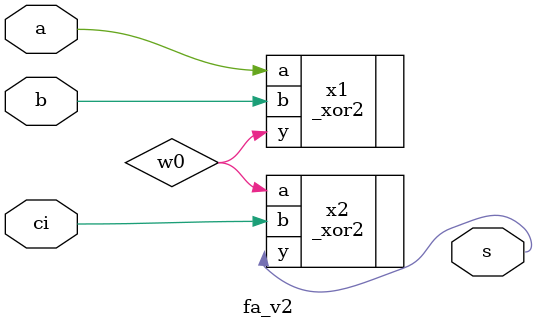
<source format=v>

module fa_v2(a,b,ci,s); //module name fa_v2
	input a,b,ci; // input 1bit signal a,b,ci
	output s;// output 1bit signal s;
	wire w0;// wire 1bit w0
	
	// two xor module instance 
	
	_xor2 x1 (.a(a), .b(b), .y(w0)); // instance module name x1, use xor2
	_xor2 x2 (.a(w0), .b(ci), .y(s)); // instance module name x2, use xor2

endmodule

</source>
